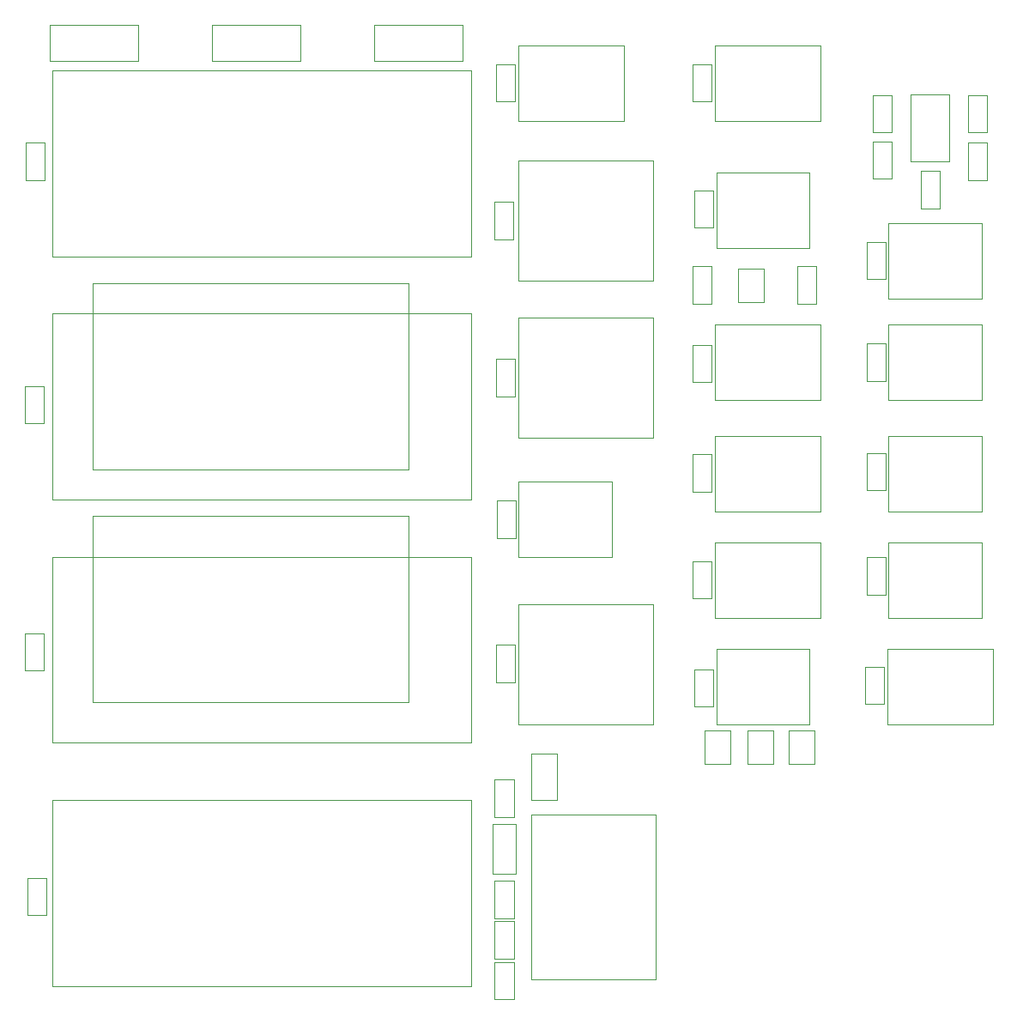
<source format=gbr>
G04 #@! TF.GenerationSoftware,KiCad,Pcbnew,(5.1.2-1)-1*
G04 #@! TF.CreationDate,2020-04-02T23:09:06+01:00*
G04 #@! TF.ProjectId,MZ80-ROMPG,4d5a3830-2d52-44f4-9d50-472e6b696361,rev?*
G04 #@! TF.SameCoordinates,Original*
G04 #@! TF.FileFunction,Other,User*
%FSLAX46Y46*%
G04 Gerber Fmt 4.6, Leading zero omitted, Abs format (unit mm)*
G04 Created by KiCad (PCBNEW (5.1.2-1)-1) date 2020-04-02 23:09:06*
%MOMM*%
%LPD*%
G04 APERTURE LIST*
%ADD10C,0.050000*%
G04 APERTURE END LIST*
D10*
X189108000Y-37594000D02*
X189108000Y-44194000D01*
X192908000Y-37594000D02*
X189108000Y-37594000D01*
X192908000Y-44194000D02*
X192908000Y-37594000D01*
X189108000Y-44194000D02*
X192908000Y-44194000D01*
X179766000Y-58238000D02*
X177866000Y-58238000D01*
X177866000Y-58238000D02*
X177866000Y-54538000D01*
X177866000Y-54538000D02*
X179766000Y-54538000D01*
X179766000Y-54538000D02*
X179766000Y-58238000D01*
X150350000Y-59570000D02*
X150350000Y-71430000D01*
X163650000Y-59570000D02*
X150350000Y-59570000D01*
X163650000Y-71430000D02*
X163650000Y-59570000D01*
X150350000Y-71430000D02*
X163650000Y-71430000D01*
X150350000Y-44070000D02*
X150350000Y-55930000D01*
X163650000Y-44070000D02*
X150350000Y-44070000D01*
X163650000Y-55930000D02*
X163650000Y-44070000D01*
X150350000Y-55930000D02*
X163650000Y-55930000D01*
X150350000Y-87870000D02*
X150350000Y-99730000D01*
X163650000Y-87870000D02*
X150350000Y-87870000D01*
X163650000Y-99730000D02*
X163650000Y-87870000D01*
X150350000Y-99730000D02*
X163650000Y-99730000D01*
X169800000Y-32800000D02*
X169800000Y-40200000D01*
X180200000Y-32800000D02*
X169800000Y-32800000D01*
X180200000Y-40200000D02*
X180200000Y-32800000D01*
X169800000Y-40200000D02*
X180200000Y-40200000D01*
X148275000Y-81352000D02*
X148275000Y-77652000D01*
X150175000Y-81352000D02*
X148275000Y-81352000D01*
X150175000Y-77652000D02*
X150175000Y-81352000D01*
X148275000Y-77652000D02*
X150175000Y-77652000D01*
X172105000Y-58038000D02*
X172105000Y-54738000D01*
X172105000Y-58038000D02*
X174605000Y-58038000D01*
X174605000Y-54738000D02*
X172105000Y-54738000D01*
X174605000Y-54738000D02*
X174605000Y-58038000D01*
X169920000Y-92300000D02*
X169920000Y-99700000D01*
X179080000Y-92300000D02*
X169920000Y-92300000D01*
X179080000Y-99700000D02*
X179080000Y-92300000D01*
X169920000Y-99700000D02*
X179080000Y-99700000D01*
X177058000Y-103631000D02*
X177058000Y-100331000D01*
X177058000Y-103631000D02*
X179558000Y-103631000D01*
X179558000Y-100331000D02*
X177058000Y-100331000D01*
X179558000Y-100331000D02*
X179558000Y-103631000D01*
X172994000Y-103631000D02*
X172994000Y-100331000D01*
X172994000Y-103631000D02*
X175494000Y-103631000D01*
X175494000Y-100331000D02*
X172994000Y-100331000D01*
X175494000Y-100331000D02*
X175494000Y-103631000D01*
X168803000Y-103631000D02*
X168803000Y-100331000D01*
X168803000Y-103631000D02*
X171303000Y-103631000D01*
X171303000Y-100331000D02*
X168803000Y-100331000D01*
X171303000Y-100331000D02*
X171303000Y-103631000D01*
X151666000Y-108613000D02*
X151666000Y-124863000D01*
X163966000Y-108613000D02*
X151666000Y-108613000D01*
X163966000Y-124863000D02*
X163966000Y-108613000D01*
X151666000Y-124863000D02*
X163966000Y-124863000D01*
X104400000Y-35200000D02*
X104400000Y-53550000D01*
X145700000Y-35200000D02*
X104400000Y-35200000D01*
X145700000Y-53550000D02*
X145700000Y-35200000D01*
X104400000Y-53550000D02*
X145700000Y-53550000D01*
X104400000Y-59200000D02*
X104400000Y-77550000D01*
X145700000Y-59200000D02*
X104400000Y-59200000D01*
X145700000Y-77550000D02*
X145700000Y-59200000D01*
X104400000Y-77550000D02*
X145700000Y-77550000D01*
X104400000Y-83200000D02*
X104400000Y-101550000D01*
X145700000Y-83200000D02*
X104400000Y-83200000D01*
X145700000Y-101550000D02*
X145700000Y-83200000D01*
X104400000Y-101550000D02*
X145700000Y-101550000D01*
X108400000Y-56200000D02*
X108400000Y-74550000D01*
X139550000Y-56200000D02*
X108400000Y-56200000D01*
X139550000Y-74550000D02*
X139550000Y-56200000D01*
X108400000Y-74550000D02*
X139550000Y-74550000D01*
X108400000Y-79200000D02*
X108400000Y-97550000D01*
X139550000Y-79200000D02*
X108400000Y-79200000D01*
X139550000Y-97550000D02*
X139550000Y-79200000D01*
X108400000Y-97550000D02*
X139550000Y-97550000D01*
X104400000Y-107200000D02*
X104400000Y-125550000D01*
X145700000Y-107200000D02*
X104400000Y-107200000D01*
X145700000Y-125550000D02*
X145700000Y-107200000D01*
X104400000Y-125550000D02*
X145700000Y-125550000D01*
X184724000Y-86940000D02*
X184724000Y-83240000D01*
X186624000Y-86940000D02*
X184724000Y-86940000D01*
X186624000Y-83240000D02*
X186624000Y-86940000D01*
X184724000Y-83240000D02*
X186624000Y-83240000D01*
X169800000Y-71300000D02*
X169800000Y-78700000D01*
X180200000Y-71300000D02*
X169800000Y-71300000D01*
X180200000Y-78700000D02*
X180200000Y-71300000D01*
X169800000Y-78700000D02*
X180200000Y-78700000D01*
X186920000Y-89200000D02*
X196080000Y-89200000D01*
X196080000Y-89200000D02*
X196080000Y-81800000D01*
X196080000Y-81800000D02*
X186920000Y-81800000D01*
X186920000Y-81800000D02*
X186920000Y-89200000D01*
X186800000Y-99700000D02*
X197200000Y-99700000D01*
X197200000Y-99700000D02*
X197200000Y-92300000D01*
X197200000Y-92300000D02*
X186800000Y-92300000D01*
X186800000Y-92300000D02*
X186800000Y-99700000D01*
X169800000Y-81800000D02*
X169800000Y-89200000D01*
X180200000Y-81800000D02*
X169800000Y-81800000D01*
X180200000Y-89200000D02*
X180200000Y-81800000D01*
X169800000Y-89200000D02*
X180200000Y-89200000D01*
X150400000Y-32800000D02*
X150400000Y-40200000D01*
X160800000Y-32800000D02*
X150400000Y-32800000D01*
X160800000Y-40200000D02*
X160800000Y-32800000D01*
X150400000Y-40200000D02*
X160800000Y-40200000D01*
X169800000Y-60300000D02*
X169800000Y-67700000D01*
X180200000Y-60300000D02*
X169800000Y-60300000D01*
X180200000Y-67700000D02*
X180200000Y-60300000D01*
X169800000Y-67700000D02*
X180200000Y-67700000D01*
X186920000Y-71300000D02*
X186920000Y-78700000D01*
X196080000Y-71300000D02*
X186920000Y-71300000D01*
X196080000Y-78700000D02*
X196080000Y-71300000D01*
X186920000Y-78700000D02*
X196080000Y-78700000D01*
X186920000Y-60300000D02*
X186920000Y-67700000D01*
X196080000Y-60300000D02*
X186920000Y-60300000D01*
X196080000Y-67700000D02*
X196080000Y-60300000D01*
X186920000Y-67700000D02*
X196080000Y-67700000D01*
X186920000Y-50300000D02*
X186920000Y-57700000D01*
X196080000Y-50300000D02*
X186920000Y-50300000D01*
X196080000Y-57700000D02*
X196080000Y-50300000D01*
X186920000Y-57700000D02*
X196080000Y-57700000D01*
X169920000Y-45300000D02*
X169920000Y-52700000D01*
X179080000Y-45300000D02*
X169920000Y-45300000D01*
X179080000Y-52700000D02*
X179080000Y-45300000D01*
X169920000Y-52700000D02*
X179080000Y-52700000D01*
X150420000Y-83200000D02*
X159580000Y-83200000D01*
X159580000Y-83200000D02*
X159580000Y-75800000D01*
X159580000Y-75800000D02*
X150420000Y-75800000D01*
X150420000Y-75800000D02*
X150420000Y-83200000D01*
X149950000Y-123150000D02*
X149950000Y-126850000D01*
X148050000Y-123150000D02*
X149950000Y-123150000D01*
X148050000Y-126850000D02*
X148050000Y-123150000D01*
X149950000Y-126850000D02*
X148050000Y-126850000D01*
X149950000Y-119150000D02*
X149950000Y-122850000D01*
X148050000Y-119150000D02*
X149950000Y-119150000D01*
X148050000Y-122850000D02*
X148050000Y-119150000D01*
X149950000Y-122850000D02*
X148050000Y-122850000D01*
X149950000Y-115150000D02*
X149950000Y-118850000D01*
X148050000Y-115150000D02*
X149950000Y-115150000D01*
X148050000Y-118850000D02*
X148050000Y-115150000D01*
X149950000Y-118850000D02*
X148050000Y-118850000D01*
X185359000Y-45919000D02*
X185359000Y-42219000D01*
X187259000Y-45919000D02*
X185359000Y-45919000D01*
X187259000Y-42219000D02*
X187259000Y-45919000D01*
X185359000Y-42219000D02*
X187259000Y-42219000D01*
X191958000Y-45140000D02*
X191958000Y-48840000D01*
X190058000Y-45140000D02*
X191958000Y-45140000D01*
X190058000Y-48840000D02*
X190058000Y-45140000D01*
X191958000Y-48840000D02*
X190058000Y-48840000D01*
X196657000Y-42337000D02*
X196657000Y-46037000D01*
X194757000Y-42337000D02*
X196657000Y-42337000D01*
X194757000Y-46037000D02*
X194757000Y-42337000D01*
X196657000Y-46037000D02*
X194757000Y-46037000D01*
X194757000Y-41347000D02*
X194757000Y-37647000D01*
X196657000Y-41347000D02*
X194757000Y-41347000D01*
X196657000Y-37647000D02*
X196657000Y-41347000D01*
X194757000Y-37647000D02*
X196657000Y-37647000D01*
X167579000Y-54538000D02*
X169479000Y-54538000D01*
X169479000Y-54538000D02*
X169479000Y-58238000D01*
X169479000Y-58238000D02*
X167579000Y-58238000D01*
X167579000Y-58238000D02*
X167579000Y-54538000D01*
X154158000Y-102602000D02*
X154158000Y-107202000D01*
X154158000Y-102602000D02*
X151658000Y-102602000D01*
X151658000Y-107202000D02*
X154158000Y-107202000D01*
X151658000Y-107202000D02*
X151658000Y-102602000D01*
X136200000Y-30700000D02*
X136200000Y-34300000D01*
X144850000Y-30700000D02*
X136200000Y-30700000D01*
X144850000Y-34300000D02*
X144850000Y-30700000D01*
X136200000Y-34300000D02*
X144850000Y-34300000D01*
X104200000Y-30700000D02*
X104200000Y-34300000D01*
X112850000Y-30700000D02*
X104200000Y-30700000D01*
X112850000Y-34300000D02*
X112850000Y-30700000D01*
X104200000Y-34300000D02*
X112850000Y-34300000D01*
X120200000Y-30700000D02*
X120200000Y-34300000D01*
X128850000Y-30700000D02*
X120200000Y-30700000D01*
X128850000Y-34300000D02*
X128850000Y-30700000D01*
X120200000Y-34300000D02*
X128850000Y-34300000D01*
X150120000Y-109550000D02*
X150120000Y-114450000D01*
X147880000Y-109550000D02*
X150120000Y-109550000D01*
X147880000Y-114450000D02*
X147880000Y-109550000D01*
X150120000Y-114450000D02*
X147880000Y-114450000D01*
X148050000Y-108850000D02*
X148050000Y-105150000D01*
X149950000Y-108850000D02*
X148050000Y-108850000D01*
X149950000Y-105150000D02*
X149950000Y-108850000D01*
X148050000Y-105150000D02*
X149950000Y-105150000D01*
X167579000Y-76780000D02*
X167579000Y-73080000D01*
X169479000Y-76780000D02*
X167579000Y-76780000D01*
X169479000Y-73080000D02*
X169479000Y-76780000D01*
X167579000Y-73080000D02*
X169479000Y-73080000D01*
X167579000Y-87321000D02*
X167579000Y-83621000D01*
X169479000Y-87321000D02*
X167579000Y-87321000D01*
X169479000Y-83621000D02*
X169479000Y-87321000D01*
X167579000Y-83621000D02*
X169479000Y-83621000D01*
X184597000Y-97735000D02*
X184597000Y-94035000D01*
X186497000Y-97735000D02*
X184597000Y-97735000D01*
X186497000Y-94035000D02*
X186497000Y-97735000D01*
X184597000Y-94035000D02*
X186497000Y-94035000D01*
X167579000Y-38299000D02*
X167579000Y-34599000D01*
X169479000Y-38299000D02*
X167579000Y-38299000D01*
X169479000Y-34599000D02*
X169479000Y-38299000D01*
X167579000Y-34599000D02*
X169479000Y-34599000D01*
X187259000Y-37647000D02*
X187259000Y-41347000D01*
X185359000Y-37647000D02*
X187259000Y-37647000D01*
X185359000Y-41347000D02*
X185359000Y-37647000D01*
X187259000Y-41347000D02*
X185359000Y-41347000D01*
X167579000Y-65985000D02*
X167579000Y-62285000D01*
X169479000Y-65985000D02*
X167579000Y-65985000D01*
X169479000Y-62285000D02*
X169479000Y-65985000D01*
X167579000Y-62285000D02*
X169479000Y-62285000D01*
X167706000Y-97989000D02*
X167706000Y-94289000D01*
X169606000Y-97989000D02*
X167706000Y-97989000D01*
X169606000Y-94289000D02*
X169606000Y-97989000D01*
X167706000Y-94289000D02*
X169606000Y-94289000D01*
X184724000Y-76653000D02*
X184724000Y-72953000D01*
X186624000Y-76653000D02*
X184724000Y-76653000D01*
X186624000Y-72953000D02*
X186624000Y-76653000D01*
X184724000Y-72953000D02*
X186624000Y-72953000D01*
X184724000Y-65858000D02*
X184724000Y-62158000D01*
X186624000Y-65858000D02*
X184724000Y-65858000D01*
X186624000Y-62158000D02*
X186624000Y-65858000D01*
X184724000Y-62158000D02*
X186624000Y-62158000D01*
X167706000Y-50745000D02*
X167706000Y-47045000D01*
X169606000Y-50745000D02*
X167706000Y-50745000D01*
X169606000Y-47045000D02*
X169606000Y-50745000D01*
X167706000Y-47045000D02*
X169606000Y-47045000D01*
X148148000Y-38299000D02*
X148148000Y-34599000D01*
X150048000Y-38299000D02*
X148148000Y-38299000D01*
X150048000Y-34599000D02*
X150048000Y-38299000D01*
X148148000Y-34599000D02*
X150048000Y-34599000D01*
X148148000Y-67382000D02*
X148148000Y-63682000D01*
X150048000Y-67382000D02*
X148148000Y-67382000D01*
X150048000Y-63682000D02*
X150048000Y-67382000D01*
X148148000Y-63682000D02*
X150048000Y-63682000D01*
X148021000Y-51888000D02*
X148021000Y-48188000D01*
X149921000Y-51888000D02*
X148021000Y-51888000D01*
X149921000Y-48188000D02*
X149921000Y-51888000D01*
X148021000Y-48188000D02*
X149921000Y-48188000D01*
X148148000Y-95576000D02*
X148148000Y-91876000D01*
X150048000Y-95576000D02*
X148148000Y-95576000D01*
X150048000Y-91876000D02*
X150048000Y-95576000D01*
X148148000Y-91876000D02*
X150048000Y-91876000D01*
X184724000Y-55825000D02*
X184724000Y-52125000D01*
X186624000Y-55825000D02*
X184724000Y-55825000D01*
X186624000Y-52125000D02*
X186624000Y-55825000D01*
X184724000Y-52125000D02*
X186624000Y-52125000D01*
X101793000Y-46046000D02*
X101793000Y-42346000D01*
X103693000Y-46046000D02*
X101793000Y-46046000D01*
X103693000Y-42346000D02*
X103693000Y-46046000D01*
X101793000Y-42346000D02*
X103693000Y-42346000D01*
X101666000Y-70049000D02*
X101666000Y-66349000D01*
X103566000Y-70049000D02*
X101666000Y-70049000D01*
X103566000Y-66349000D02*
X103566000Y-70049000D01*
X101666000Y-66349000D02*
X103566000Y-66349000D01*
X101666000Y-94433000D02*
X101666000Y-90733000D01*
X103566000Y-94433000D02*
X101666000Y-94433000D01*
X103566000Y-90733000D02*
X103566000Y-94433000D01*
X101666000Y-90733000D02*
X103566000Y-90733000D01*
X101920000Y-118563000D02*
X101920000Y-114863000D01*
X103820000Y-118563000D02*
X101920000Y-118563000D01*
X103820000Y-114863000D02*
X103820000Y-118563000D01*
X101920000Y-114863000D02*
X103820000Y-114863000D01*
M02*

</source>
